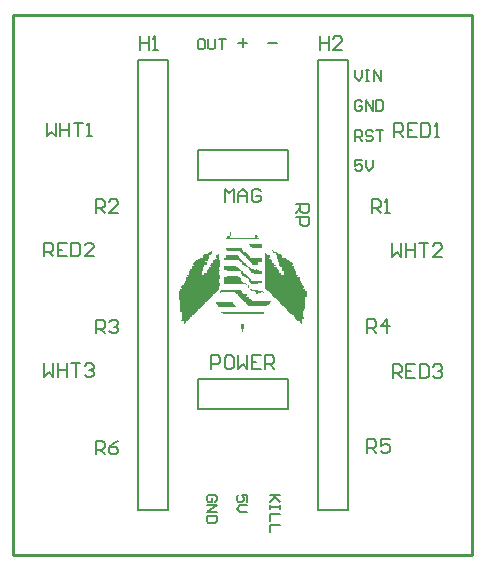
<source format=gto>
%FSLAX25Y25*%
%MOIN*%
G70*
G01*
G75*
G04 Layer_Color=65535*
%ADD10R,0.05118X0.12992*%
%ADD11R,0.01969X0.12992*%
%ADD12R,0.01575X0.01969*%
%ADD13R,0.04331X0.03543*%
%ADD14R,0.03543X0.04331*%
%ADD15C,0.01000*%
%ADD16R,0.05906X0.05906*%
%ADD17C,0.05906*%
%ADD18R,0.05906X0.05906*%
%ADD19C,0.05000*%
%ADD20C,0.14950*%
%ADD21C,0.00787*%
%ADD22C,0.00800*%
%ADD23C,0.00700*%
G36*
X229482Y267975D02*
X229865D01*
Y267592D01*
Y267208D01*
X230248D01*
Y266825D01*
X231398D01*
Y266442D01*
X231015D01*
Y266058D01*
X232165D01*
Y265675D01*
Y265292D01*
X232931D01*
Y264909D01*
X233314D01*
Y264525D01*
X239447D01*
Y264142D01*
X239064D01*
Y263759D01*
X238681D01*
Y263375D01*
X238297D01*
Y262992D01*
X231781D01*
Y263375D01*
X231398D01*
Y263759D01*
X231015D01*
Y264142D01*
X230631D01*
Y264525D01*
X230248D01*
Y264909D01*
X229865D01*
Y265292D01*
X229482D01*
Y265675D01*
X229098D01*
Y266058D01*
X228715D01*
Y266442D01*
X228332D01*
Y266825D01*
X227948D01*
Y267208D01*
X227565D01*
Y267592D01*
X222966D01*
Y267208D01*
X222582D01*
Y267592D01*
Y267975D01*
X222966D01*
Y268358D01*
X229482D01*
Y267975D01*
D02*
G37*
G36*
X233314Y268358D02*
X235231D01*
Y267975D01*
X236764D01*
Y267592D01*
X237147D01*
Y267208D01*
X236764D01*
Y267592D01*
X235998D01*
Y267208D01*
X235231D01*
Y266825D01*
X234464D01*
Y267208D01*
Y267592D01*
X234081D01*
Y267975D01*
X232931D01*
Y268358D01*
X232548D01*
Y268742D01*
X233314D01*
Y268358D01*
D02*
G37*
G36*
X232165Y269508D02*
Y269125D01*
X231781D01*
Y269508D01*
Y269892D01*
X232165D01*
Y269508D01*
D02*
G37*
G36*
X226799Y263759D02*
X227182D01*
Y263375D01*
X227565D01*
Y262992D01*
X227948D01*
Y262609D01*
X221816D01*
Y262992D01*
Y263375D01*
X221432D01*
Y263759D01*
X221049D01*
Y264142D01*
X226799D01*
Y263759D01*
D02*
G37*
G36*
X230631Y256476D02*
Y256093D01*
Y255710D01*
Y255326D01*
X230248D01*
Y254943D01*
Y254560D01*
Y254176D01*
X229865D01*
Y254560D01*
Y254943D01*
Y255326D01*
X229482D01*
Y255710D01*
Y256093D01*
Y256476D01*
Y256859D01*
X230631D01*
Y256476D01*
D02*
G37*
G36*
X219899Y281007D02*
Y280624D01*
Y280241D01*
X219516D01*
Y279857D01*
X218749D01*
Y279474D01*
Y279091D01*
Y278707D01*
X218366D01*
Y278324D01*
Y277941D01*
X217599D01*
Y277557D01*
X217983D01*
Y277174D01*
Y276791D01*
X217216D01*
Y276408D01*
Y276024D01*
X216833D01*
Y275641D01*
Y275258D01*
Y274874D01*
Y274491D01*
X216449D01*
Y274108D01*
Y273725D01*
Y273341D01*
X217216D01*
Y273725D01*
Y274108D01*
X217983D01*
Y274491D01*
Y274874D01*
X218366D01*
Y275258D01*
X218749D01*
Y275641D01*
Y276024D01*
X219516D01*
Y276408D01*
X219132D01*
Y276791D01*
X219516D01*
Y277174D01*
X220282D01*
Y277557D01*
Y277941D01*
Y278324D01*
X220666D01*
Y278707D01*
X221432D01*
Y279091D01*
X221049D01*
Y279474D01*
Y279857D01*
X221816D01*
Y280241D01*
X222199D01*
Y279857D01*
Y279474D01*
Y279091D01*
Y278707D01*
Y278324D01*
X222582D01*
Y277941D01*
Y277557D01*
Y277174D01*
Y276791D01*
Y276408D01*
Y276024D01*
X222199D01*
Y275641D01*
Y275258D01*
Y274874D01*
X222582D01*
Y274491D01*
X222199D01*
Y274108D01*
Y273725D01*
Y273341D01*
X222582D01*
Y272958D01*
Y272575D01*
Y272191D01*
Y271808D01*
X222199D01*
Y271425D01*
Y271041D01*
Y270658D01*
X222582D01*
Y270275D01*
Y269892D01*
Y269508D01*
X222199D01*
Y269125D01*
Y268742D01*
Y268358D01*
X221816D01*
Y267975D01*
X221432D01*
Y267592D01*
X221049D01*
Y267208D01*
X220666D01*
Y266825D01*
X220282D01*
Y266442D01*
X219899D01*
Y266058D01*
X219516D01*
Y265675D01*
X219132D01*
Y265292D01*
X218749D01*
Y264909D01*
X218366D01*
Y264525D01*
X217983D01*
Y264142D01*
X217599D01*
Y263759D01*
X217216D01*
Y263375D01*
X216833D01*
Y262992D01*
X216449D01*
Y262609D01*
X216066D01*
Y262226D01*
X215683D01*
Y261842D01*
X215300D01*
Y261459D01*
X214916D01*
Y261076D01*
X214533D01*
Y260692D01*
X214150D01*
Y260309D01*
X213766D01*
Y259926D01*
X213000D01*
Y259542D01*
Y259159D01*
X212616D01*
Y258776D01*
X212233D01*
Y258393D01*
X211850D01*
Y258009D01*
X211083D01*
Y257626D01*
Y257243D01*
X210700D01*
Y256859D01*
X210317D01*
Y257243D01*
Y257626D01*
Y258009D01*
X209550D01*
Y258393D01*
X209933D01*
Y258776D01*
Y259159D01*
Y259542D01*
Y259926D01*
Y260309D01*
Y260692D01*
Y261076D01*
X209167D01*
Y261459D01*
Y261842D01*
Y262226D01*
Y262609D01*
Y262992D01*
Y263375D01*
Y263759D01*
Y264142D01*
Y264525D01*
Y264909D01*
X208783D01*
Y265292D01*
Y265675D01*
Y266058D01*
Y266442D01*
Y266825D01*
Y267208D01*
Y267592D01*
Y267975D01*
X209167D01*
Y268358D01*
Y268742D01*
X209933D01*
Y269125D01*
X209550D01*
Y269508D01*
X209933D01*
Y269892D01*
X210317D01*
Y270275D01*
Y270658D01*
X210700D01*
Y271041D01*
Y271425D01*
X211083D01*
Y271808D01*
Y272191D01*
Y272575D01*
X211850D01*
Y272958D01*
X211467D01*
Y273341D01*
X212233D01*
Y273725D01*
Y274108D01*
Y274491D01*
X212616D01*
Y274874D01*
Y275258D01*
X213000D01*
Y275641D01*
Y276024D01*
Y276408D01*
X213766D01*
Y276791D01*
X213383D01*
Y277174D01*
X213766D01*
Y277557D01*
X214150D01*
Y277941D01*
X214533D01*
Y278324D01*
X215300D01*
Y278707D01*
X215683D01*
Y279091D01*
X216833D01*
Y279474D01*
Y279857D01*
X217216D01*
Y280241D01*
X218366D01*
Y280624D01*
X218749D01*
Y281007D01*
X219516D01*
Y281391D01*
X219899D01*
Y281007D01*
D02*
G37*
G36*
X237147Y260692D02*
Y260309D01*
X223349D01*
Y260692D01*
X222966D01*
Y261076D01*
X237147D01*
Y260692D01*
D02*
G37*
G36*
X228332Y272575D02*
X229098D01*
Y272191D01*
X229482D01*
Y271808D01*
Y271425D01*
X229865D01*
Y271041D01*
X230248D01*
Y270658D01*
X231015D01*
Y270275D01*
X231398D01*
Y269892D01*
X231015D01*
Y270275D01*
X223732D01*
Y270658D01*
Y271041D01*
Y271425D01*
Y271808D01*
Y272191D01*
Y272575D01*
X224882D01*
Y272958D01*
X228332D01*
Y272575D01*
D02*
G37*
G36*
X236381Y283307D02*
Y282924D01*
Y282540D01*
Y282157D01*
X233314D01*
Y282540D01*
X232548D01*
Y282924D01*
Y283307D01*
X232165D01*
Y283690D01*
X236381D01*
Y283307D01*
D02*
G37*
G36*
X234848Y286373D02*
X235231D01*
Y285990D01*
X234848D01*
Y285607D01*
X235614D01*
Y285223D01*
X224499D01*
Y285607D01*
X224882D01*
Y285990D01*
Y286373D01*
X225649D01*
Y285990D01*
Y285607D01*
X234081D01*
Y285990D01*
Y286373D01*
Y286757D01*
X234848D01*
Y286373D01*
D02*
G37*
G36*
X226032Y287140D02*
Y286757D01*
Y286373D01*
X225649D01*
Y286757D01*
Y287140D01*
Y287523D01*
X226032D01*
Y287140D01*
D02*
G37*
G36*
X229865Y281774D02*
X230248D01*
Y281391D01*
Y281007D01*
X231015D01*
Y280624D01*
X231398D01*
Y280241D01*
X231781D01*
Y279857D01*
X232165D01*
Y279474D01*
X232548D01*
Y279091D01*
X236381D01*
Y278707D01*
Y278324D01*
Y277941D01*
Y277557D01*
X235231D01*
Y277174D01*
Y276791D01*
X233314D01*
Y277174D01*
X232931D01*
Y277557D01*
X232548D01*
Y277941D01*
X232165D01*
Y278324D01*
X231781D01*
Y278707D01*
X231398D01*
Y279091D01*
X231015D01*
Y279474D01*
X230631D01*
Y279857D01*
X230248D01*
Y280241D01*
X229865D01*
Y280624D01*
X229482D01*
Y281007D01*
X229098D01*
Y281391D01*
X224882D01*
Y281774D01*
X224499D01*
Y282157D01*
X229865D01*
Y281774D01*
D02*
G37*
G36*
X227948Y276024D02*
X228332D01*
Y275641D01*
X228715D01*
Y275258D01*
X229098D01*
Y274874D01*
X229482D01*
Y274491D01*
X230248D01*
Y274108D01*
X230631D01*
Y273725D01*
X231015D01*
Y273341D01*
X231398D01*
Y272958D01*
X231781D01*
Y272575D01*
X232165D01*
Y272191D01*
X232548D01*
Y271808D01*
X232931D01*
Y271425D01*
X236381D01*
Y271041D01*
Y270658D01*
X235231D01*
Y270275D01*
X232931D01*
Y270658D01*
X232548D01*
Y271041D01*
X232165D01*
Y271425D01*
Y271808D01*
X231781D01*
Y272191D01*
X231015D01*
Y272575D01*
X230631D01*
Y272958D01*
X229865D01*
Y273341D01*
Y273725D01*
X229482D01*
Y274108D01*
Y274491D01*
X224882D01*
Y274874D01*
X223732D01*
Y275258D01*
Y275641D01*
Y276024D01*
Y276408D01*
X227948D01*
Y276024D01*
D02*
G37*
G36*
X240214Y281391D02*
X240597D01*
Y281007D01*
X241364D01*
Y280624D01*
X241747D01*
Y280241D01*
X242897D01*
Y279857D01*
X243280D01*
Y279474D01*
Y279091D01*
X244430D01*
Y278707D01*
X244813D01*
Y278324D01*
X245580D01*
Y277941D01*
X245963D01*
Y277557D01*
X246347D01*
Y277174D01*
X246730D01*
Y276791D01*
X246347D01*
Y276408D01*
X247113D01*
Y276024D01*
Y275641D01*
Y275258D01*
X247497D01*
Y274874D01*
Y274491D01*
X247880D01*
Y274108D01*
Y273725D01*
Y273341D01*
X248646D01*
Y272958D01*
X248263D01*
Y272575D01*
X249030D01*
Y272191D01*
Y271808D01*
Y271425D01*
X249413D01*
Y271041D01*
Y270658D01*
X249796D01*
Y270275D01*
Y269892D01*
X250180D01*
Y269508D01*
X250563D01*
Y269125D01*
X250180D01*
Y268742D01*
X250946D01*
Y268358D01*
Y267975D01*
X251330D01*
Y267592D01*
Y267208D01*
Y266825D01*
Y266442D01*
Y266058D01*
X250946D01*
Y265675D01*
Y265292D01*
Y264909D01*
Y264525D01*
Y264142D01*
Y263759D01*
Y263375D01*
Y262992D01*
Y262609D01*
Y262226D01*
Y261842D01*
X250563D01*
Y261459D01*
X250180D01*
Y261076D01*
Y260692D01*
Y260309D01*
Y259926D01*
Y259542D01*
Y259159D01*
X250563D01*
Y258776D01*
X249796D01*
Y258393D01*
Y258009D01*
Y257626D01*
Y257243D01*
Y256859D01*
X249413D01*
Y257243D01*
X249030D01*
Y257626D01*
Y258009D01*
X248263D01*
Y258393D01*
X247880D01*
Y258776D01*
X247497D01*
Y259159D01*
X247113D01*
Y259542D01*
Y259926D01*
X246347D01*
Y260309D01*
X245963D01*
Y260692D01*
X245580D01*
Y261076D01*
X245197D01*
Y261459D01*
X244813D01*
Y261842D01*
X244430D01*
Y262226D01*
X244047D01*
Y262609D01*
X243664D01*
Y262992D01*
X243280D01*
Y263375D01*
X242897D01*
Y263759D01*
X242514D01*
Y264142D01*
X242130D01*
Y264525D01*
X241747D01*
Y264909D01*
X241364D01*
Y265292D01*
X240981D01*
Y265675D01*
X240597D01*
Y266058D01*
X240214D01*
Y266442D01*
X239831D01*
Y266825D01*
X239447D01*
Y267208D01*
X239064D01*
Y267592D01*
X238681D01*
Y267975D01*
X238297D01*
Y268358D01*
X237914D01*
Y268742D01*
X237531D01*
Y269125D01*
Y269508D01*
Y269892D01*
Y270275D01*
Y270658D01*
Y271041D01*
Y271425D01*
Y271808D01*
Y272191D01*
Y272575D01*
Y272958D01*
Y273341D01*
Y273725D01*
Y274108D01*
Y274491D01*
Y274874D01*
Y275258D01*
Y275641D01*
Y276024D01*
Y276408D01*
Y276791D01*
Y277174D01*
Y277557D01*
Y277941D01*
Y278324D01*
Y278707D01*
Y279091D01*
Y279474D01*
Y279857D01*
Y280241D01*
Y280624D01*
X237914D01*
Y280241D01*
X238297D01*
Y279857D01*
X239064D01*
Y279474D01*
Y279091D01*
X238681D01*
Y278707D01*
X239447D01*
Y278324D01*
X239831D01*
Y277941D01*
Y277557D01*
Y277174D01*
X240597D01*
Y276791D01*
X240981D01*
Y276408D01*
X240597D01*
Y276024D01*
X241364D01*
Y275641D01*
Y275258D01*
X241747D01*
Y274874D01*
X242130D01*
Y274491D01*
Y274108D01*
X242897D01*
Y273725D01*
Y273341D01*
X243664D01*
Y273725D01*
Y274108D01*
Y274491D01*
X243280D01*
Y274874D01*
Y275258D01*
Y275641D01*
Y276024D01*
X242514D01*
Y276408D01*
X242130D01*
Y276791D01*
Y277174D01*
Y277557D01*
X241747D01*
Y277941D01*
Y278324D01*
Y278707D01*
X241364D01*
Y279091D01*
Y279474D01*
Y279857D01*
X240981D01*
Y280241D01*
Y280624D01*
X240214D01*
Y281007D01*
Y281391D01*
X239831D01*
Y281774D01*
X240214D01*
Y281391D01*
D02*
G37*
G36*
X228332Y279474D02*
X228715D01*
Y279091D01*
X229098D01*
Y278707D01*
X229482D01*
Y278324D01*
X229865D01*
Y277941D01*
X230248D01*
Y277557D01*
X230631D01*
Y277174D01*
X231015D01*
Y276791D01*
X231398D01*
Y276408D01*
X231781D01*
Y276024D01*
X232548D01*
Y275641D01*
X232931D01*
Y275258D01*
X233698D01*
Y274874D01*
X234464D01*
Y275258D01*
X234848D01*
Y274874D01*
X235614D01*
Y274491D01*
X236381D01*
Y274108D01*
Y273725D01*
X233698D01*
Y274108D01*
X232931D01*
Y274491D01*
X232548D01*
Y274874D01*
X232165D01*
Y275258D01*
Y275641D01*
X231781D01*
Y276024D01*
X231015D01*
Y276408D01*
X230631D01*
Y276791D01*
X229865D01*
Y277174D01*
Y277557D01*
X229098D01*
Y277941D01*
X228715D01*
Y278324D01*
X223732D01*
Y278707D01*
Y279091D01*
X224499D01*
Y279474D01*
Y279857D01*
X228332D01*
Y279474D01*
D02*
G37*
D15*
X153500Y180000D02*
Y360000D01*
X306500Y180000D02*
Y360000D01*
X153500D02*
X306500D01*
X153500Y180000D02*
X306500D01*
D21*
X195000Y345000D02*
X205000D01*
X195000Y195000D02*
X205000D01*
X195000D02*
Y202500D01*
Y345000D01*
X205000Y195000D02*
Y345000D01*
X255000D02*
X265000D01*
X255000Y195000D02*
X265000D01*
X255000D02*
Y202500D01*
Y345000D01*
X265000Y195000D02*
Y345000D01*
X215000Y228500D02*
Y238500D01*
X245000D01*
Y228500D02*
Y238500D01*
X215000Y228500D02*
X245000D01*
Y305000D02*
Y315000D01*
X215000Y305000D02*
X245000D01*
X215000D02*
Y315000D01*
X245000D01*
D22*
X195650Y352849D02*
Y348350D01*
Y350599D01*
X198649D01*
Y352849D01*
Y348350D01*
X200149D02*
X201648D01*
X200898D01*
Y352849D01*
X200149Y352099D01*
X255650Y352849D02*
Y348350D01*
Y350599D01*
X258649D01*
Y352849D01*
Y348350D01*
X263148D02*
X260149D01*
X263148Y351349D01*
Y352099D01*
X262398Y352849D01*
X260898D01*
X260149Y352099D01*
X224000Y297500D02*
Y301998D01*
X225500Y300499D01*
X226999Y301998D01*
Y297500D01*
X228499D02*
Y300499D01*
X229998Y301998D01*
X231498Y300499D01*
Y297500D01*
Y299749D01*
X228499D01*
X235996Y301249D02*
X235246Y301998D01*
X233747D01*
X232997Y301249D01*
Y298250D01*
X233747Y297500D01*
X235246D01*
X235996Y298250D01*
Y299749D01*
X234497D01*
X219500Y242000D02*
Y246498D01*
X221749D01*
X222499Y245749D01*
Y244249D01*
X221749Y243499D01*
X219500D01*
X226248Y246498D02*
X224748D01*
X223998Y245749D01*
Y242750D01*
X224748Y242000D01*
X226248D01*
X226998Y242750D01*
Y245749D01*
X226248Y246498D01*
X228497D02*
Y242000D01*
X229997Y243499D01*
X231496Y242000D01*
Y246498D01*
X235995D02*
X232996D01*
Y242000D01*
X235995D01*
X232996Y244249D02*
X234495D01*
X237494Y242000D02*
Y246498D01*
X239743D01*
X240493Y245749D01*
Y244249D01*
X239743Y243499D01*
X237494D01*
X238994D02*
X240493Y242000D01*
X273000Y294000D02*
Y298499D01*
X275249D01*
X275999Y297749D01*
Y296249D01*
X275249Y295499D01*
X273000D01*
X274500D02*
X275999Y294000D01*
X277499D02*
X278998D01*
X278248D01*
Y298499D01*
X277499Y297749D01*
X181000Y294000D02*
Y298499D01*
X183249D01*
X183999Y297749D01*
Y296249D01*
X183249Y295499D01*
X181000D01*
X182500D02*
X183999Y294000D01*
X188498D02*
X185499D01*
X188498Y296999D01*
Y297749D01*
X187748Y298499D01*
X186248D01*
X185499Y297749D01*
X181075Y253847D02*
Y258345D01*
X183324D01*
X184074Y257595D01*
Y256096D01*
X183324Y255346D01*
X181075D01*
X182574D02*
X184074Y253847D01*
X185573Y257595D02*
X186323Y258345D01*
X187823D01*
X188572Y257595D01*
Y256845D01*
X187823Y256096D01*
X187073D01*
X187823D01*
X188572Y255346D01*
Y254596D01*
X187823Y253847D01*
X186323D01*
X185573Y254596D01*
X271500Y254000D02*
Y258499D01*
X273749D01*
X274499Y257749D01*
Y256249D01*
X273749Y255500D01*
X271500D01*
X273000D02*
X274499Y254000D01*
X278248D02*
Y258499D01*
X275998Y256249D01*
X278998D01*
X271500Y214000D02*
Y218498D01*
X273749D01*
X274499Y217749D01*
Y216249D01*
X273749Y215499D01*
X271500D01*
X273000D02*
X274499Y214000D01*
X278998Y218498D02*
X275998D01*
Y216249D01*
X277498Y216999D01*
X278248D01*
X278998Y216249D01*
Y214750D01*
X278248Y214000D01*
X276748D01*
X275998Y214750D01*
X181000Y213600D02*
Y218098D01*
X183249D01*
X183999Y217349D01*
Y215849D01*
X183249Y215100D01*
X181000D01*
X182500D02*
X183999Y213600D01*
X188498Y218098D02*
X186998Y217349D01*
X185499Y215849D01*
Y214350D01*
X186248Y213600D01*
X187748D01*
X188498Y214350D01*
Y215100D01*
X187748Y215849D01*
X185499D01*
X280610Y319390D02*
Y323888D01*
X282859D01*
X283609Y323138D01*
Y321639D01*
X282859Y320889D01*
X280610D01*
X282110D02*
X283609Y319390D01*
X288108Y323888D02*
X285109D01*
Y319390D01*
X288108D01*
X285109Y321639D02*
X286608D01*
X289607Y323888D02*
Y319390D01*
X291857D01*
X292606Y320140D01*
Y323138D01*
X291857Y323888D01*
X289607D01*
X294106Y319390D02*
X295605D01*
X294856D01*
Y323888D01*
X294106Y323138D01*
X163878Y279528D02*
Y284026D01*
X166127D01*
X166877Y283276D01*
Y281777D01*
X166127Y281027D01*
X163878D01*
X165377D02*
X166877Y279528D01*
X171376Y284026D02*
X168377D01*
Y279528D01*
X171376D01*
X168377Y281777D02*
X169876D01*
X172875Y284026D02*
Y279528D01*
X175124D01*
X175874Y280277D01*
Y283276D01*
X175124Y284026D01*
X172875D01*
X180373Y279528D02*
X177374D01*
X180373Y282527D01*
Y283276D01*
X179623Y284026D01*
X178123D01*
X177374Y283276D01*
X280000Y239000D02*
Y243498D01*
X282249D01*
X282999Y242749D01*
Y241249D01*
X282249Y240499D01*
X280000D01*
X281500D02*
X282999Y239000D01*
X287498Y243498D02*
X284499D01*
Y239000D01*
X287498D01*
X284499Y241249D02*
X285998D01*
X288997Y243498D02*
Y239000D01*
X291246D01*
X291996Y239750D01*
Y242749D01*
X291246Y243498D01*
X288997D01*
X293496Y242749D02*
X294245Y243498D01*
X295745D01*
X296495Y242749D01*
Y241999D01*
X295745Y241249D01*
X294995D01*
X295745D01*
X296495Y240499D01*
Y239750D01*
X295745Y239000D01*
X294245D01*
X293496Y239750D01*
X247800Y297000D02*
X252298D01*
Y294751D01*
X251549Y294001D01*
X250049D01*
X249300Y294751D01*
Y297000D01*
Y295500D02*
X247800Y294001D01*
Y292501D02*
X252298D01*
Y290252D01*
X251549Y289502D01*
X250049D01*
X249300Y290252D01*
Y292501D01*
X164665Y323987D02*
Y319488D01*
X166165Y320988D01*
X167664Y319488D01*
Y323987D01*
X169164D02*
Y319488D01*
Y321738D01*
X172163D01*
Y323987D01*
Y319488D01*
X173662Y323987D02*
X176662D01*
X175162D01*
Y319488D01*
X178161D02*
X179660D01*
X178911D01*
Y323987D01*
X178161Y323237D01*
X279921Y283829D02*
Y279331D01*
X281421Y280830D01*
X282920Y279331D01*
Y283829D01*
X284420D02*
Y279331D01*
Y281580D01*
X287419D01*
Y283829D01*
Y279331D01*
X288918Y283829D02*
X291917D01*
X290418D01*
Y279331D01*
X296416D02*
X293417D01*
X296416Y282330D01*
Y283080D01*
X295666Y283829D01*
X294167D01*
X293417Y283080D01*
X163878Y243869D02*
Y239370D01*
X165377Y240870D01*
X166877Y239370D01*
Y243869D01*
X168377D02*
Y239370D01*
Y241619D01*
X171376D01*
Y243869D01*
Y239370D01*
X172875Y243869D02*
X175874D01*
X174375D01*
Y239370D01*
X177374Y243119D02*
X178123Y243869D01*
X179623D01*
X180373Y243119D01*
Y242369D01*
X179623Y241619D01*
X178873D01*
X179623D01*
X180373Y240870D01*
Y240120D01*
X179623Y239370D01*
X178123D01*
X177374Y240120D01*
X238500Y350749D02*
X241499D01*
X228500D02*
X231499D01*
X229999Y352249D02*
Y349250D01*
D23*
X267500Y341499D02*
Y339166D01*
X268666Y338000D01*
X269833Y339166D01*
Y341499D01*
X270999D02*
X272165D01*
X271582D01*
Y338000D01*
X270999D01*
X272165D01*
X273915D02*
Y341499D01*
X276247Y338000D01*
Y341499D01*
X269833Y330916D02*
X269249Y331499D01*
X268083D01*
X267500Y330916D01*
Y328583D01*
X268083Y328000D01*
X269249D01*
X269833Y328583D01*
Y329749D01*
X268666D01*
X270999Y328000D02*
Y331499D01*
X273331Y328000D01*
Y331499D01*
X274498D02*
Y328000D01*
X276247D01*
X276830Y328583D01*
Y330916D01*
X276247Y331499D01*
X274498D01*
X267500Y318000D02*
Y321499D01*
X269249D01*
X269833Y320916D01*
Y319749D01*
X269249Y319166D01*
X267500D01*
X268666D02*
X269833Y318000D01*
X273331Y320916D02*
X272748Y321499D01*
X271582D01*
X270999Y320916D01*
Y320333D01*
X271582Y319749D01*
X272748D01*
X273331Y319166D01*
Y318583D01*
X272748Y318000D01*
X271582D01*
X270999Y318583D01*
X274498Y321499D02*
X276830D01*
X275664D01*
Y318000D01*
X269833Y311499D02*
X267500D01*
Y309749D01*
X268666Y310333D01*
X269249D01*
X269833Y309749D01*
Y308583D01*
X269249Y308000D01*
X268083D01*
X267500Y308583D01*
X270999Y311499D02*
Y309166D01*
X272165Y308000D01*
X273331Y309166D01*
Y311499D01*
X231499Y197667D02*
Y200000D01*
X229749D01*
X230333Y198834D01*
Y198251D01*
X229749Y197667D01*
X228583D01*
X228000Y198251D01*
Y199417D01*
X228583Y200000D01*
X231499Y196501D02*
X229166D01*
X228000Y195335D01*
X229166Y194169D01*
X231499D01*
X220916Y197667D02*
X221499Y198251D01*
Y199417D01*
X220916Y200000D01*
X218583D01*
X218000Y199417D01*
Y198251D01*
X218583Y197667D01*
X219749D01*
Y198834D01*
X218000Y196501D02*
X221499D01*
X218000Y194169D01*
X221499D01*
Y193002D02*
X218000D01*
Y191253D01*
X218583Y190670D01*
X220916D01*
X221499Y191253D01*
Y193002D01*
X242499Y200000D02*
X239000D01*
X240166D01*
X242499Y197667D01*
X240749Y199417D01*
X239000Y197667D01*
X242499Y196501D02*
Y195335D01*
Y195918D01*
X239000D01*
Y196501D01*
Y195335D01*
X242499Y193585D02*
X239000D01*
Y191253D01*
X242499Y190086D02*
X239000D01*
Y187754D01*
X216749Y351999D02*
X215583D01*
X215000Y351416D01*
Y349083D01*
X215583Y348500D01*
X216749D01*
X217333Y349083D01*
Y351416D01*
X216749Y351999D01*
X218499D02*
Y349083D01*
X219082Y348500D01*
X220248D01*
X220831Y349083D01*
Y351999D01*
X221998D02*
X224330D01*
X223164D01*
Y348500D01*
M02*

</source>
